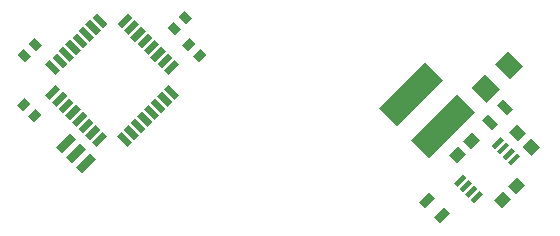
<source format=gtp>
G75*
%MOIN*%
%OFA0B0*%
%FSLAX25Y25*%
%IPPOS*%
%LPD*%
%AMOC8*
5,1,8,0,0,1.08239X$1,22.5*
%
%ADD10R,0.02756X0.03543*%
%ADD11R,0.02756X0.06693*%
%ADD12R,0.05000X0.02200*%
%ADD13R,0.02200X0.05000*%
%ADD14R,0.01575X0.04331*%
%ADD15R,0.21654X0.08465*%
%ADD16R,0.03150X0.04724*%
%ADD17R,0.04331X0.03937*%
%ADD18R,0.06299X0.07087*%
D10*
G36*
X0145533Y0147264D02*
X0143584Y0149213D01*
X0146087Y0151716D01*
X0148036Y0149767D01*
X0145533Y0147264D01*
G37*
G36*
X0141913Y0150884D02*
X0139964Y0152833D01*
X0142467Y0155336D01*
X0144416Y0153387D01*
X0141913Y0150884D01*
G37*
G36*
X0144416Y0169213D02*
X0142467Y0167264D01*
X0139964Y0169767D01*
X0141913Y0171716D01*
X0144416Y0169213D01*
G37*
G36*
X0148036Y0172833D02*
X0146087Y0170884D01*
X0143584Y0173387D01*
X0145533Y0175336D01*
X0148036Y0172833D01*
G37*
G36*
X0189964Y0178767D02*
X0191913Y0180716D01*
X0194416Y0178213D01*
X0192467Y0176264D01*
X0189964Y0178767D01*
G37*
G36*
X0193584Y0182387D02*
X0195533Y0184336D01*
X0198036Y0181833D01*
X0196087Y0179884D01*
X0193584Y0182387D01*
G37*
G36*
X0197467Y0175336D02*
X0199416Y0173387D01*
X0196913Y0170884D01*
X0194964Y0172833D01*
X0197467Y0175336D01*
G37*
G36*
X0201087Y0171716D02*
X0203036Y0169767D01*
X0200533Y0167264D01*
X0198584Y0169213D01*
X0201087Y0171716D01*
G37*
D11*
G36*
X0164232Y0136799D02*
X0166181Y0134850D01*
X0161450Y0130119D01*
X0159501Y0132068D01*
X0164232Y0136799D01*
G37*
G36*
X0160891Y0140140D02*
X0162840Y0138191D01*
X0158109Y0133460D01*
X0156160Y0135409D01*
X0160891Y0140140D01*
G37*
G36*
X0157550Y0143481D02*
X0159499Y0141532D01*
X0154768Y0136801D01*
X0152819Y0138750D01*
X0157550Y0143481D01*
G37*
D12*
G36*
X0165436Y0146998D02*
X0161902Y0143464D01*
X0160346Y0145020D01*
X0163880Y0148554D01*
X0165436Y0146998D01*
G37*
G36*
X0167663Y0144771D02*
X0164129Y0141237D01*
X0162573Y0142793D01*
X0166107Y0146327D01*
X0167663Y0144771D01*
G37*
G36*
X0169890Y0142544D02*
X0166356Y0139010D01*
X0164800Y0140566D01*
X0168334Y0144100D01*
X0169890Y0142544D01*
G37*
G36*
X0163208Y0149225D02*
X0159674Y0145691D01*
X0158118Y0147247D01*
X0161652Y0150781D01*
X0163208Y0149225D01*
G37*
G36*
X0160981Y0151452D02*
X0157447Y0147918D01*
X0155891Y0149474D01*
X0159425Y0153008D01*
X0160981Y0151452D01*
G37*
G36*
X0158754Y0153680D02*
X0155220Y0150146D01*
X0153664Y0151702D01*
X0157198Y0155236D01*
X0158754Y0153680D01*
G37*
G36*
X0156527Y0155907D02*
X0152993Y0152373D01*
X0151437Y0153929D01*
X0154971Y0157463D01*
X0156527Y0155907D01*
G37*
G36*
X0154300Y0158134D02*
X0150766Y0154600D01*
X0149210Y0156156D01*
X0152744Y0159690D01*
X0154300Y0158134D01*
G37*
G36*
X0182654Y0177580D02*
X0179120Y0174046D01*
X0177564Y0175602D01*
X0181098Y0179136D01*
X0182654Y0177580D01*
G37*
G36*
X0184882Y0175353D02*
X0181348Y0171819D01*
X0179792Y0173375D01*
X0183326Y0176909D01*
X0184882Y0175353D01*
G37*
G36*
X0187109Y0173126D02*
X0183575Y0169592D01*
X0182019Y0171148D01*
X0185553Y0174682D01*
X0187109Y0173126D01*
G37*
G36*
X0189336Y0170898D02*
X0185802Y0167364D01*
X0184246Y0168920D01*
X0187780Y0172454D01*
X0189336Y0170898D01*
G37*
G36*
X0191563Y0168671D02*
X0188029Y0165137D01*
X0186473Y0166693D01*
X0190007Y0170227D01*
X0191563Y0168671D01*
G37*
G36*
X0193790Y0166444D02*
X0190256Y0162910D01*
X0188700Y0164466D01*
X0192234Y0168000D01*
X0193790Y0166444D01*
G37*
G36*
X0180427Y0179807D02*
X0176893Y0176273D01*
X0175337Y0177829D01*
X0178871Y0181363D01*
X0180427Y0179807D01*
G37*
G36*
X0178200Y0182034D02*
X0174666Y0178500D01*
X0173110Y0180056D01*
X0176644Y0183590D01*
X0178200Y0182034D01*
G37*
D13*
G36*
X0169890Y0180056D02*
X0168334Y0178500D01*
X0164800Y0182034D01*
X0166356Y0183590D01*
X0169890Y0180056D01*
G37*
G36*
X0167663Y0177829D02*
X0166107Y0176273D01*
X0162573Y0179807D01*
X0164129Y0181363D01*
X0167663Y0177829D01*
G37*
G36*
X0165436Y0175602D02*
X0163880Y0174046D01*
X0160346Y0177580D01*
X0161902Y0179136D01*
X0165436Y0175602D01*
G37*
G36*
X0163208Y0173375D02*
X0161652Y0171819D01*
X0158118Y0175353D01*
X0159674Y0176909D01*
X0163208Y0173375D01*
G37*
G36*
X0160981Y0171148D02*
X0159425Y0169592D01*
X0155891Y0173126D01*
X0157447Y0174682D01*
X0160981Y0171148D01*
G37*
G36*
X0158754Y0168920D02*
X0157198Y0167364D01*
X0153664Y0170898D01*
X0155220Y0172454D01*
X0158754Y0168920D01*
G37*
G36*
X0156527Y0166693D02*
X0154971Y0165137D01*
X0151437Y0168671D01*
X0152993Y0170227D01*
X0156527Y0166693D01*
G37*
G36*
X0154300Y0164466D02*
X0152744Y0162910D01*
X0149210Y0166444D01*
X0150766Y0168000D01*
X0154300Y0164466D01*
G37*
G36*
X0178200Y0140566D02*
X0176644Y0139010D01*
X0173110Y0142544D01*
X0174666Y0144100D01*
X0178200Y0140566D01*
G37*
G36*
X0180427Y0142793D02*
X0178871Y0141237D01*
X0175337Y0144771D01*
X0176893Y0146327D01*
X0180427Y0142793D01*
G37*
G36*
X0182654Y0145020D02*
X0181098Y0143464D01*
X0177564Y0146998D01*
X0179120Y0148554D01*
X0182654Y0145020D01*
G37*
G36*
X0184882Y0147247D02*
X0183326Y0145691D01*
X0179792Y0149225D01*
X0181348Y0150781D01*
X0184882Y0147247D01*
G37*
G36*
X0187109Y0149474D02*
X0185553Y0147918D01*
X0182019Y0151452D01*
X0183575Y0153008D01*
X0187109Y0149474D01*
G37*
G36*
X0189336Y0151702D02*
X0187780Y0150146D01*
X0184246Y0153680D01*
X0185802Y0155236D01*
X0189336Y0151702D01*
G37*
G36*
X0191563Y0153929D02*
X0190007Y0152373D01*
X0186473Y0155907D01*
X0188029Y0157463D01*
X0191563Y0153929D01*
G37*
G36*
X0193790Y0156156D02*
X0192234Y0154600D01*
X0188700Y0158134D01*
X0190256Y0159690D01*
X0193790Y0156156D01*
G37*
D14*
G36*
X0286548Y0125664D02*
X0285435Y0126777D01*
X0288496Y0129838D01*
X0289609Y0128725D01*
X0286548Y0125664D01*
G37*
G36*
X0288357Y0123854D02*
X0287244Y0124967D01*
X0290305Y0128028D01*
X0291418Y0126915D01*
X0288357Y0123854D01*
G37*
G36*
X0290167Y0122044D02*
X0289054Y0123157D01*
X0292115Y0126218D01*
X0293228Y0125105D01*
X0290167Y0122044D01*
G37*
G36*
X0291977Y0120235D02*
X0290864Y0121348D01*
X0293925Y0124409D01*
X0295038Y0123296D01*
X0291977Y0120235D01*
G37*
G36*
X0304504Y0132762D02*
X0303391Y0133875D01*
X0306452Y0136936D01*
X0307565Y0135823D01*
X0304504Y0132762D01*
G37*
G36*
X0302694Y0134572D02*
X0301581Y0135685D01*
X0304642Y0138746D01*
X0305755Y0137633D01*
X0302694Y0134572D01*
G37*
G36*
X0300885Y0136381D02*
X0299772Y0137494D01*
X0302833Y0140555D01*
X0303946Y0139442D01*
X0300885Y0136381D01*
G37*
G36*
X0299075Y0138191D02*
X0297962Y0139304D01*
X0301023Y0142365D01*
X0302136Y0141252D01*
X0299075Y0138191D01*
G37*
D15*
G36*
X0292493Y0150618D02*
X0277182Y0135307D01*
X0271197Y0141292D01*
X0286508Y0156603D01*
X0292493Y0150618D01*
G37*
G36*
X0281803Y0161308D02*
X0266492Y0145997D01*
X0260507Y0151982D01*
X0275818Y0167293D01*
X0281803Y0161308D01*
G37*
D16*
G36*
X0294712Y0147851D02*
X0296939Y0150078D01*
X0300278Y0146739D01*
X0298051Y0144512D01*
X0294712Y0147851D01*
G37*
G36*
X0299722Y0152861D02*
X0301949Y0155088D01*
X0305288Y0151749D01*
X0303061Y0149522D01*
X0299722Y0152861D01*
G37*
G36*
X0277051Y0124088D02*
X0279278Y0121861D01*
X0275939Y0118522D01*
X0273712Y0120749D01*
X0277051Y0124088D01*
G37*
G36*
X0282061Y0119078D02*
X0284288Y0116851D01*
X0280949Y0113512D01*
X0278722Y0115739D01*
X0282061Y0119078D01*
G37*
D17*
G36*
X0304556Y0121573D02*
X0301495Y0118512D01*
X0298712Y0121295D01*
X0301773Y0124356D01*
X0304556Y0121573D01*
G37*
G36*
X0309288Y0126305D02*
X0306227Y0123244D01*
X0303444Y0126027D01*
X0306505Y0129088D01*
X0309288Y0126305D01*
G37*
G36*
X0311227Y0141856D02*
X0314288Y0138795D01*
X0311505Y0136012D01*
X0308444Y0139073D01*
X0311227Y0141856D01*
G37*
G36*
X0306495Y0146588D02*
X0309556Y0143527D01*
X0306773Y0140744D01*
X0303712Y0143805D01*
X0306495Y0146588D01*
G37*
G36*
X0288444Y0141027D02*
X0291505Y0144088D01*
X0294288Y0141305D01*
X0291227Y0138244D01*
X0288444Y0141027D01*
G37*
G36*
X0283712Y0136295D02*
X0286773Y0139356D01*
X0289556Y0136573D01*
X0286495Y0133512D01*
X0283712Y0136295D01*
G37*
D18*
G36*
X0300834Y0158125D02*
X0296381Y0153672D01*
X0291372Y0158681D01*
X0295825Y0163134D01*
X0300834Y0158125D01*
G37*
G36*
X0308628Y0165919D02*
X0304175Y0161466D01*
X0299166Y0166475D01*
X0303619Y0170928D01*
X0308628Y0165919D01*
G37*
M02*

</source>
